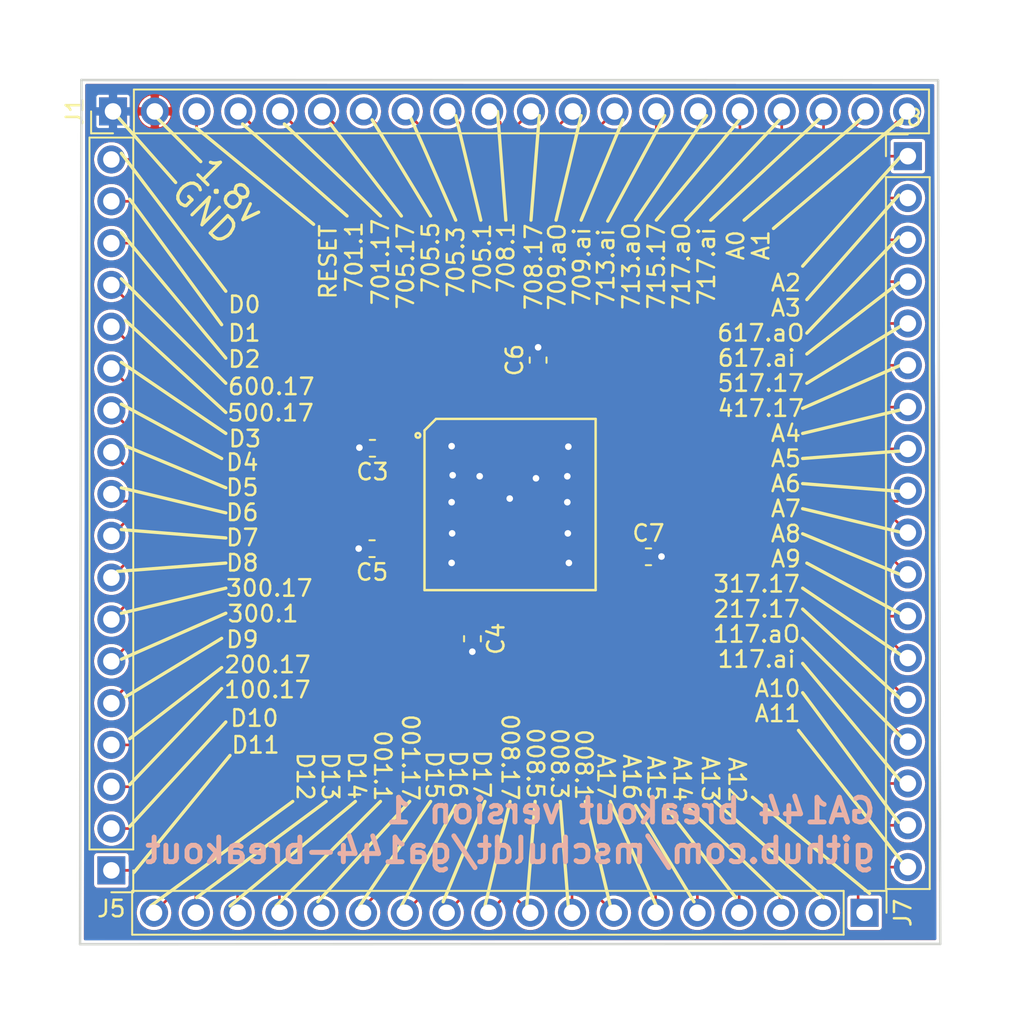
<source format=kicad_pcb>
(kicad_pcb (version 20171130) (host pcbnew 5.0.2-bee76a0~70~ubuntu14.04.1)
  (layers (0 F.Cu signal) (31 B.Cu signal) (34 B.Paste user) (35 F.Paste user) (36 B.SilkS user) (37 F.SilkS user) (38 B.Mask user) (39 F.Mask user) (44 Edge.Cuts user))
  (net 0 "")
  (net 1 GND)
  (net 2 1.8v)
  (net 3 a17)
  (net 4 a16)
  (net 5 a15)
  (net 6 a14)
  (net 7 a13)
  (net 8 a12)
  (net 9 a11)
  (net 10 a10)
  (net 11 a9)
  (net 12 a8)
  (net 13 a7)
  (net 14 a6)
  (net 15 a5)
  (net 16 a4)
  (net 17 a3)
  (net 18 a2)
  (net 19 a1)
  (net 20 a0)
  (net 21 d0)
  (net 22 d1)
  (net 23 d2)
  (net 24 d3)
  (net 25 d4)
  (net 26 d5)
  (net 27 d6)
  (net 28 d7)
  (net 29 d8)
  (net 30 d9)
  (net 31 d10)
  (net 32 d11)
  (net 33 d12)
  (net 34 d13)
  (net 35 d14)
  (net 36 d15)
  (net 37 d16)
  (net 38 d17)
  (net 39 517.17)
  (net 40 RESET)
  (net 41 708.17)
  (net 42 708.1)
  (net 43 600.17)
  (net 44 500.17)
  (net 45 300.17)
  (net 46 300.1)
  (net 47 001.1)
  (net 48 001.17)
  (net 49 008.17)
  (net 50 008.5)
  (net 51 008.3)
  (net 52 008.1)
  (net 53 117.ai)
  (net 54 117.ao)
  (net 55 217.17)
  (net 56 317.17)
  (net 57 417.17)
  (net 58 617.a1)
  (net 59 617.ao)
  (net 60 717.ai)
  (net 61 717.ao)
  (net 62 709.ao)
  (net 63 709.ai)
  (net 64 705.1)
  (net 65 705.3)
  (net 66 705.5)
  (net 67 705.17)
  (net 68 701.17)
  (net 69 701.1)
  (net 70 100.17)
  (net 71 200.17)
  (net 72 713ai)
  (net 73 713.ao)
  (net 74 715.17)
  (module Capacitor_SMD:C_0603_1608Metric (layer F.Cu) (at 120.92188 86.75624 180)
    (fp_text reference C3 (at 0 -1.43 180) (layer F.SilkS))
    (fp_text value 0.1mF)
    (pad 1 smd roundrect (at -0.7875 0 180) (size 0.875 0.95) (layers F.Cu F.Paste F.Mask) (net 2 1.8v))
    (pad 2 smd roundrect (at 0.7875 0 180) (size 0.875 0.95) (layers F.Cu F.Paste F.Mask) (net 1 GND))
  )
  (module Capacitor_SMD:C_0603_1608Metric (layer F.Cu) (at 127 98.3235 270)
    (fp_text reference C4 (at 0 -1.43 270) (layer F.SilkS))
    (fp_text value 0.1mF)
    (pad 2 smd roundrect (at 0.7875 0 270) (size 0.875 0.95) (layers F.Cu F.Paste F.Mask) (net 1 GND))
    (pad 1 smd roundrect (at -0.7875 0 270) (size 0.875 0.95) (layers F.Cu F.Paste F.Mask) (net 2 1.8v))
  )
  (module Capacitor_SMD:C_0603_1608Metric (layer F.Cu) (at 120.89882 92.85224 180)
    (fp_text reference C5 (at 0 -1.43 180) (layer F.SilkS))
    (fp_text value 0.1mF)
    (pad 2 smd roundrect (at 0.7875 0 180) (size 0.875 0.95) (layers F.Cu F.Paste F.Mask) (net 1 GND))
    (pad 1 smd roundrect (at -0.7875 0 180) (size 0.875 0.95) (layers F.Cu F.Paste F.Mask) (net 2 1.8v))
  )
  (module Capacitor_SMD:C_0603_1608Metric (layer F.Cu) (at 130.99034 81.39928 90)
    (fp_text reference C6 (at 0 -1.43 90) (layer F.SilkS))
    (fp_text value 0.1mF)
    (pad 1 smd roundrect (at -0.7875 0 90) (size 0.875 0.95) (layers F.Cu F.Paste F.Mask) (net 2 1.8v))
    (pad 2 smd roundrect (at 0.7875 0 90) (size 0.875 0.95) (layers F.Cu F.Paste F.Mask) (net 1 GND))
  )
  (module Capacitor_SMD:C_0603_1608Metric (layer F.Cu) (at 137.69584 93.345)
    (fp_text reference C7 (at 0 -1.43) (layer F.SilkS))
    (fp_text value 0.1mF)
    (pad 2 smd roundrect (at 0.7875 0) (size 0.875 0.95) (layers F.Cu F.Paste F.Mask) (net 1 GND))
    (pad 1 smd roundrect (at -0.7875 0) (size 0.875 0.95) (layers F.Cu F.Paste F.Mask) (net 2 1.8v))
  )
  (module Connector_PinHeader_2.54mm:PinHeader_1x18_P2.54mm_Vertical (layer F.Cu) (at 105.05694 112.39246 180)
    (fp_text reference J5 (at 0 -2.33 180) (layer F.SilkS))
    (fp_text value Conn_01x18_Male)
    (pad 1 thru_hole rect (at 0 0 180) (size 1.7 1.7) (drill 1) (layers *.Cu *.Mask) (net 32 d11))
    (pad 2 thru_hole oval (at 0 2.54 180) (size 1.7 1.7) (drill 1) (layers *.Cu *.Mask) (net 31 d10))
    (pad 3 thru_hole oval (at 0 5.08 180) (size 1.7 1.7) (drill 1) (layers *.Cu *.Mask) (net 70 100.17))
    (pad 4 thru_hole oval (at 0 7.62 180) (size 1.7 1.7) (drill 1) (layers *.Cu *.Mask) (net 71 200.17))
    (pad 5 thru_hole oval (at 0 10.16 180) (size 1.7 1.7) (drill 1) (layers *.Cu *.Mask) (net 30 d9))
    (pad 6 thru_hole oval (at 0 12.7 180) (size 1.7 1.7) (drill 1) (layers *.Cu *.Mask) (net 46 300.1))
    (pad 7 thru_hole oval (at 0 15.24 180) (size 1.7 1.7) (drill 1) (layers *.Cu *.Mask) (net 45 300.17))
    (pad 8 thru_hole oval (at 0 17.78 180) (size 1.7 1.7) (drill 1) (layers *.Cu *.Mask) (net 29 d8))
    (pad 9 thru_hole oval (at 0 20.32 180) (size 1.7 1.7) (drill 1) (layers *.Cu *.Mask) (net 28 d7))
    (pad 10 thru_hole oval (at 0 22.86 180) (size 1.7 1.7) (drill 1) (layers *.Cu *.Mask) (net 27 d6))
    (pad 11 thru_hole oval (at 0 25.4 180) (size 1.7 1.7) (drill 1) (layers *.Cu *.Mask) (net 26 d5))
    (pad 12 thru_hole oval (at 0 27.94 180) (size 1.7 1.7) (drill 1) (layers *.Cu *.Mask) (net 25 d4))
    (pad 13 thru_hole oval (at 0 30.48 180) (size 1.7 1.7) (drill 1) (layers *.Cu *.Mask) (net 24 d3))
    (pad 14 thru_hole oval (at 0 33.02 180) (size 1.7 1.7) (drill 1) (layers *.Cu *.Mask) (net 44 500.17))
    (pad 15 thru_hole oval (at 0 35.56 180) (size 1.7 1.7) (drill 1) (layers *.Cu *.Mask) (net 43 600.17))
    (pad 16 thru_hole oval (at 0 38.1 180) (size 1.7 1.7) (drill 1) (layers *.Cu *.Mask) (net 23 d2))
    (pad 17 thru_hole oval (at 0 40.64 180) (size 1.7 1.7) (drill 1) (layers *.Cu *.Mask) (net 22 d1))
    (pad 18 thru_hole oval (at 0 43.18 180) (size 1.7 1.7) (drill 1) (layers *.Cu *.Mask) (net 21 d0))
  )
  (module Connector_PinHeader_2.54mm:PinHeader_1x18_P2.54mm_Vertical (layer F.Cu) (at 150.83028 114.96802 270)
    (fp_text reference J7 (at 0 -2.33 270) (layer F.SilkS))
    (fp_text value Conn_01x18_Male)
    (pad 18 thru_hole oval (at 0 43.18 270) (size 1.7 1.7) (drill 1) (layers *.Cu *.Mask) (net 33 d12))
    (pad 17 thru_hole oval (at 0 40.64 270) (size 1.7 1.7) (drill 1) (layers *.Cu *.Mask) (net 34 d13))
    (pad 16 thru_hole oval (at 0 38.1 270) (size 1.7 1.7) (drill 1) (layers *.Cu *.Mask) (net 35 d14))
    (pad 15 thru_hole oval (at 0 35.56 270) (size 1.7 1.7) (drill 1) (layers *.Cu *.Mask) (net 47 001.1))
    (pad 14 thru_hole oval (at 0 33.02 270) (size 1.7 1.7) (drill 1) (layers *.Cu *.Mask) (net 48 001.17))
    (pad 13 thru_hole oval (at 0 30.48 270) (size 1.7 1.7) (drill 1) (layers *.Cu *.Mask) (net 36 d15))
    (pad 12 thru_hole oval (at 0 27.94 270) (size 1.7 1.7) (drill 1) (layers *.Cu *.Mask) (net 37 d16))
    (pad 11 thru_hole oval (at 0 25.4 270) (size 1.7 1.7) (drill 1) (layers *.Cu *.Mask) (net 38 d17))
    (pad 10 thru_hole oval (at 0 22.86 270) (size 1.7 1.7) (drill 1) (layers *.Cu *.Mask) (net 49 008.17))
    (pad 9 thru_hole oval (at 0 20.32 270) (size 1.7 1.7) (drill 1) (layers *.Cu *.Mask) (net 50 008.5))
    (pad 8 thru_hole oval (at 0 17.78 270) (size 1.7 1.7) (drill 1) (layers *.Cu *.Mask) (net 51 008.3))
    (pad 7 thru_hole oval (at 0 15.24 270) (size 1.7 1.7) (drill 1) (layers *.Cu *.Mask) (net 52 008.1))
    (pad 6 thru_hole oval (at 0 12.7 270) (size 1.7 1.7) (drill 1) (layers *.Cu *.Mask) (net 3 a17))
    (pad 5 thru_hole oval (at 0 10.16 270) (size 1.7 1.7) (drill 1) (layers *.Cu *.Mask) (net 4 a16))
    (pad 4 thru_hole oval (at 0 7.62 270) (size 1.7 1.7) (drill 1) (layers *.Cu *.Mask) (net 5 a15))
    (pad 3 thru_hole oval (at 0 5.08 270) (size 1.7 1.7) (drill 1) (layers *.Cu *.Mask) (net 6 a14))
    (pad 2 thru_hole oval (at 0 2.54 270) (size 1.7 1.7) (drill 1) (layers *.Cu *.Mask) (net 7 a13))
    (pad 1 thru_hole rect (at 0 0 270) (size 1.7 1.7) (drill 1) (layers *.Cu *.Mask) (net 8 a12))
  )
  (module Connector_PinHeader_2.54mm:PinHeader_1x18_P2.54mm_Vertical (layer F.Cu) (at 153.45918 69.01434)
    (fp_text reference J8 (at 0 -2.33) (layer F.SilkS))
    (fp_text value Conn_01x18_Male)
    (pad 18 thru_hole oval (at 0 43.18) (size 1.7 1.7) (drill 1) (layers *.Cu *.Mask) (net 9 a11))
    (pad 17 thru_hole oval (at 0 40.64) (size 1.7 1.7) (drill 1) (layers *.Cu *.Mask) (net 10 a10))
    (pad 16 thru_hole oval (at 0 38.1) (size 1.7 1.7) (drill 1) (layers *.Cu *.Mask) (net 53 117.ai))
    (pad 15 thru_hole oval (at 0 35.56) (size 1.7 1.7) (drill 1) (layers *.Cu *.Mask) (net 54 117.ao))
    (pad 14 thru_hole oval (at 0 33.02) (size 1.7 1.7) (drill 1) (layers *.Cu *.Mask) (net 55 217.17))
    (pad 13 thru_hole oval (at 0 30.48) (size 1.7 1.7) (drill 1) (layers *.Cu *.Mask) (net 56 317.17))
    (pad 12 thru_hole oval (at 0 27.94) (size 1.7 1.7) (drill 1) (layers *.Cu *.Mask) (net 11 a9))
    (pad 11 thru_hole oval (at 0 25.4) (size 1.7 1.7) (drill 1) (layers *.Cu *.Mask) (net 12 a8))
    (pad 10 thru_hole oval (at 0 22.86) (size 1.7 1.7) (drill 1) (layers *.Cu *.Mask) (net 13 a7))
    (pad 9 thru_hole oval (at 0 20.32) (size 1.7 1.7) (drill 1) (layers *.Cu *.Mask) (net 14 a6))
    (pad 8 thru_hole oval (at 0 17.78) (size 1.7 1.7) (drill 1) (layers *.Cu *.Mask) (net 15 a5))
    (pad 7 thru_hole oval (at 0 15.24) (size 1.7 1.7) (drill 1) (layers *.Cu *.Mask) (net 16 a4))
    (pad 6 thru_hole oval (at 0 12.7) (size 1.7 1.7) (drill 1) (layers *.Cu *.Mask) (net 57 417.17))
    (pad 5 thru_hole oval (at 0 10.16) (size 1.7 1.7) (drill 1) (layers *.Cu *.Mask) (net 39 517.17))
    (pad 4 thru_hole oval (at 0 7.62) (size 1.7 1.7) (drill 1) (layers *.Cu *.Mask) (net 58 617.a1))
    (pad 3 thru_hole oval (at 0 5.08) (size 1.7 1.7) (drill 1) (layers *.Cu *.Mask) (net 59 617.ao))
    (pad 2 thru_hole oval (at 0 2.54) (size 1.7 1.7) (drill 1) (layers *.Cu *.Mask) (net 17 a3))
    (pad 1 thru_hole rect (at 0 0) (size 1.7 1.7) (drill 1) (layers *.Cu *.Mask) (net 18 a2))
  )
  (module ak-ga144:QFN88+1_GA144A12 (layer F.Cu) (at 129.286 90.17)
    (fp_text reference U1 hide)
    (fp_text value GA144A12 hide)
    (pad 1 smd oval (at -4.8 -4.2) (size 0.6 0.2) (layers F.Cu F.Paste F.Mask) (net 21 d0))
    (pad 2 smd oval (at -4.8 -3.8) (size 0.6 0.2) (layers F.Cu F.Paste F.Mask) (net 22 d1))
    (pad 3 smd oval (at -4.8 -3.4) (size 0.6 0.2) (layers F.Cu F.Paste F.Mask) (net 23 d2))
    (pad 4 smd oval (at -4.8 -3) (size 0.6 0.2) (layers F.Cu F.Paste F.Mask) (net 2 1.8v))
    (pad 5 smd oval (at -4.8 -2.6) (size 0.6 0.2) (layers F.Cu F.Paste F.Mask) (net 2 1.8v))
    (pad 6 smd oval (at -4.8 -2.2) (size 0.6 0.2) (layers F.Cu F.Paste F.Mask) (net 43 600.17))
    (pad 7 smd oval (at -4.8 -1.8) (size 0.6 0.2) (layers F.Cu F.Paste F.Mask) (net 44 500.17))
    (pad 8 smd oval (at -4.8 -1.4) (size 0.6 0.2) (layers F.Cu F.Paste F.Mask) (net 24 d3))
    (pad 9 smd oval (at -4.8 -1) (size 0.6 0.2) (layers F.Cu F.Paste F.Mask) (net 25 d4))
    (pad 10 smd oval (at -4.8 -0.6) (size 0.6 0.2) (layers F.Cu F.Paste F.Mask) (net 26 d5))
    (pad 11 smd oval (at -4.8 -0.2) (size 0.6 0.2) (layers F.Cu F.Paste F.Mask) (net 27 d6))
    (pad 12 smd oval (at -4.8 0.2) (size 0.6 0.2) (layers F.Cu F.Paste F.Mask) (net 28 d7))
    (pad 13 smd oval (at -4.8 0.6) (size 0.6 0.2) (layers F.Cu F.Paste F.Mask) (net 29 d8))
    (pad 14 smd oval (at -4.8 1) (size 0.6 0.2) (layers F.Cu F.Paste F.Mask) (net 45 300.17))
    (pad 15 smd oval (at -4.8 1.4) (size 0.6 0.2) (layers F.Cu F.Paste F.Mask) (net 46 300.1))
    (pad 16 smd oval (at -4.8 1.8) (size 0.6 0.2) (layers F.Cu F.Paste F.Mask) (net 30 d9))
    (pad 17 smd oval (at -4.8 2.2) (size 0.6 0.2) (layers F.Cu F.Paste F.Mask) (net 2 1.8v))
    (pad 18 smd oval (at -4.8 2.6) (size 0.6 0.2) (layers F.Cu F.Paste F.Mask) (net 71 200.17))
    (pad 19 smd oval (at -4.8 3) (size 0.6 0.2) (layers F.Cu F.Paste F.Mask) (net 2 1.8v))
    (pad 20 smd oval (at -4.8 3.4) (size 0.6 0.2) (layers F.Cu F.Paste F.Mask) (net 70 100.17))
    (pad 21 smd oval (at -4.8 3.8) (size 0.6 0.2) (layers F.Cu F.Paste F.Mask) (net 31 d10))
    (pad 22 smd oval (at -4.8 4.2) (size 0.6 0.2) (layers F.Cu F.Paste F.Mask) (net 32 d11))
    (pad 23 smd oval (at -4.2 4.8 90) (size 0.6 0.2) (layers F.Cu F.Paste F.Mask) (net 33 d12))
    (pad 24 smd oval (at -3.8 4.8 90) (size 0.6 0.2) (layers F.Cu F.Paste F.Mask) (net 34 d13))
    (pad 25 smd oval (at -3.4 4.8 90) (size 0.6 0.2) (layers F.Cu F.Paste F.Mask) (net 35 d14))
    (pad 26 smd oval (at -3 4.8 90) (size 0.6 0.2) (layers F.Cu F.Paste F.Mask) (net 47 001.1))
    (pad 27 smd oval (at -2.6 4.8 90) (size 0.6 0.2) (layers F.Cu F.Paste F.Mask) (net 48 001.17))
    (pad 28 smd oval (at -2.2 4.8 90) (size 0.6 0.2) (layers F.Cu F.Paste F.Mask) (net 2 1.8v))
    (pad 29 smd oval (at -1.8 4.8 90) (size 0.6 0.2) (layers F.Cu F.Paste F.Mask) (net 2 1.8v))
    (pad 30 smd oval (at -1.4 4.8 90) (size 0.6 0.2) (layers F.Cu F.Paste F.Mask) (net 36 d15))
    (pad 31 smd oval (at -1 4.8 90) (size 0.6 0.2) (layers F.Cu F.Paste F.Mask) (net 37 d16))
    (pad 32 smd oval (at -0.6 4.8 90) (size 0.6 0.2) (layers F.Cu F.Paste F.Mask) (net 38 d17))
    (pad 33 smd oval (at -0.2 4.8 90) (size 0.6 0.2) (layers F.Cu F.Paste F.Mask) (net 49 008.17))
    (pad 34 smd oval (at 0.2 4.8 90) (size 0.6 0.2) (layers F.Cu F.Paste F.Mask) (net 50 008.5))
    (pad 35 smd oval (at 0.6 4.8 90) (size 0.6 0.2) (layers F.Cu F.Paste F.Mask) (net 51 008.3))
    (pad 36 smd oval (at 1 4.8 90) (size 0.6 0.2) (layers F.Cu F.Paste F.Mask) (net 52 008.1))
    (pad 37 smd oval (at 1.4 4.8 90) (size 0.6 0.2) (layers F.Cu F.Paste F.Mask) (net 3 a17))
    (pad 38 smd oval (at 1.8 4.8 90) (size 0.6 0.2) (layers F.Cu F.Paste F.Mask) (net 4 a16))
    (pad 39 smd oval (at 2.2 4.8 90) (size 0.6 0.2) (layers F.Cu F.Paste F.Mask) (net 5 a15))
    (pad 40 smd oval (at 2.6 4.8 90) (size 0.6 0.2) (layers F.Cu F.Paste F.Mask) (net 2 1.8v))
    (pad 41 smd oval (at 3 4.8 90) (size 0.6 0.2) (layers F.Cu F.Paste F.Mask) (net 2 1.8v))
    (pad 42 smd oval (at 3.4 4.8 90) (size 0.6 0.2) (layers F.Cu F.Paste F.Mask) (net 6 a14))
    (pad 43 smd oval (at 3.8 4.8 90) (size 0.6 0.2) (layers F.Cu F.Paste F.Mask) (net 7 a13))
    (pad 44 smd oval (at 4.2 4.8 90) (size 0.6 0.2) (layers F.Cu F.Paste F.Mask) (net 8 a12))
    (pad 45 smd oval (at 4.8 4.2) (size 0.6 0.2) (layers F.Cu F.Paste F.Mask) (net 9 a11))
    (pad 46 smd oval (at 4.8 3.8) (size 0.6 0.2) (layers F.Cu F.Paste F.Mask) (net 10 a10))
    (pad 47 smd oval (at 4.8 3.4) (size 0.6 0.2) (layers F.Cu F.Paste F.Mask) (net 2 1.8v))
    (pad 48 smd oval (at 4.8 3) (size 0.6 0.2) (layers F.Cu F.Paste F.Mask) (net 53 117.ai))
    (pad 49 smd oval (at 4.8 2.6) (size 0.6 0.2) (layers F.Cu F.Paste F.Mask) (net 2 1.8v))
    (pad 50 smd oval (at 4.8 2.2) (size 0.6 0.2) (layers F.Cu F.Paste F.Mask) (net 54 117.ao))
    (pad 51 smd oval (at 4.8 1.8) (size 0.6 0.2) (layers F.Cu F.Paste F.Mask) (net 55 217.17))
    (pad 52 smd oval (at 4.8 1.4) (size 0.6 0.2) (layers F.Cu F.Paste F.Mask) (net 56 317.17))
    (pad 53 smd oval (at 4.8 1) (size 0.6 0.2) (layers F.Cu F.Paste F.Mask) (net 11 a9))
    (pad 54 smd oval (at 4.8 0.6) (size 0.6 0.2) (layers F.Cu F.Paste F.Mask) (net 12 a8))
    (pad 55 smd oval (at 4.8 0.2) (size 0.6 0.2) (layers F.Cu F.Paste F.Mask) (net 13 a7))
    (pad 56 smd oval (at 4.8 -0.2) (size 0.6 0.2) (layers F.Cu F.Paste F.Mask) (net 14 a6))
    (pad 57 smd oval (at 4.8 -0.6) (size 0.6 0.2) (layers F.Cu F.Paste F.Mask) (net 15 a5))
    (pad 58 smd oval (at 4.8 -1) (size 0.6 0.2) (layers F.Cu F.Paste F.Mask) (net 16 a4))
    (pad 59 smd oval (at 4.8 -1.4) (size 0.6 0.2) (layers F.Cu F.Paste F.Mask) (net 57 417.17))
    (pad 60 smd oval (at 4.8 -1.8) (size 0.6 0.2) (layers F.Cu F.Paste F.Mask) (net 39 517.17))
    (pad 61 smd oval (at 4.8 -2.2) (size 0.6 0.2) (layers F.Cu F.Paste F.Mask) (net 58 617.a1))
    (pad 62 smd oval (at 4.8 -2.6) (size 0.6 0.2) (layers F.Cu F.Paste F.Mask) (net 2 1.8v))
    (pad 63 smd oval (at 4.8 -3) (size 0.6 0.2) (layers F.Cu F.Paste F.Mask) (net 59 617.ao))
    (pad 64 smd oval (at 4.8 -3.4) (size 0.6 0.2) (layers F.Cu F.Paste F.Mask) (net 2 1.8v))
    (pad 65 smd oval (at 4.8 -3.8) (size 0.6 0.2) (layers F.Cu F.Paste F.Mask) (net 17 a3))
    (pad 66 smd oval (at 4.8 -4.2) (size 0.6 0.2) (layers F.Cu F.Paste F.Mask) (net 18 a2))
    (pad 67 smd oval (at 4.2 -4.8 90) (size 0.6 0.2) (layers F.Cu F.Paste F.Mask) (net 19 a1))
    (pad 68 smd oval (at 3.8 -4.8 90) (size 0.6 0.2) (layers F.Cu F.Paste F.Mask) (net 20 a0))
    (pad 69 smd oval (at 3.4 -4.8 90) (size 0.6 0.2) (layers F.Cu F.Paste F.Mask) (net 60 717.ai))
    (pad 70 smd oval (at 3 -4.8 90) (size 0.6 0.2) (layers F.Cu F.Paste F.Mask) (net 61 717.ao))
    (pad 71 smd oval (at 2.6 -4.8 90) (size 0.6 0.2) (layers F.Cu F.Paste F.Mask) (net 74 715.17))
    (pad 72 smd oval (at 2.2 -4.8 90) (size 0.6 0.2) (layers F.Cu F.Paste F.Mask) (net 73 713.ao))
    (pad 73 smd oval (at 1.8 -4.8 90) (size 0.6 0.2) (layers F.Cu F.Paste F.Mask) (net 72 713ai))
    (pad 74 smd oval (at 1.4 -4.8 90) (size 0.6 0.2) (layers F.Cu F.Paste F.Mask) (net 2 1.8v))
    (pad 75 smd oval (at 1 -4.8 90) (size 0.6 0.2) (layers F.Cu F.Paste F.Mask) (net 2 1.8v))
    (pad 76 smd oval (at 0.6 -4.8 90) (size 0.6 0.2) (layers F.Cu F.Paste F.Mask) (net 63 709.ai))
    (pad 77 smd oval (at 0.2 -4.8 90) (size 0.6 0.2) (layers F.Cu F.Paste F.Mask) (net 62 709.ao))
    (pad 78 smd oval (at -0.2 -4.8 90) (size 0.6 0.2) (layers F.Cu F.Paste F.Mask) (net 41 708.17))
    (pad 79 smd oval (at -0.6 -4.8 90) (size 0.6 0.2) (layers F.Cu F.Paste F.Mask) (net 42 708.1))
    (pad 80 smd oval (at -1 -4.8 90) (size 0.6 0.2) (layers F.Cu F.Paste F.Mask) (net 64 705.1))
    (pad 81 smd oval (at -1.4 -4.8 90) (size 0.6 0.2) (layers F.Cu F.Paste F.Mask) (net 65 705.3))
    (pad 82 smd oval (at -1.8 -4.8 90) (size 0.6 0.2) (layers F.Cu F.Paste F.Mask) (net 2 1.8v))
    (pad 83 smd oval (at -2.2 -4.8 90) (size 0.6 0.2) (layers F.Cu F.Paste F.Mask) (net 2 1.8v))
    (pad 84 smd oval (at -2.6 -4.8 90) (size 0.6 0.2) (layers F.Cu F.Paste F.Mask) (net 66 705.5))
    (pad 85 smd oval (at -3 -4.8 90) (size 0.6 0.2) (layers F.Cu F.Paste F.Mask) (net 67 705.17))
    (pad 86 smd oval (at -3.4 -4.8 90) (size 0.6 0.2) (layers F.Cu F.Paste F.Mask) (net 68 701.17))
    (pad 87 smd oval (at -3.8 -4.8 90) (size 0.6 0.2) (layers F.Cu F.Paste F.Mask) (net 69 701.1))
    (pad 88 smd oval (at -4.2 -4.8 90) (size 0.6 0.2) (layers F.Cu F.Paste F.Mask) (net 40 RESET))
    (pad DAP smd rect (at 0 0) (size 8 8) (layers F.Cu F.Paste F.Mask) (net 1 GND))
  )
  (module Connector_PinHeader_2.54mm:PinHeader_1x20_P2.54mm_Vertical (layer F.Cu) (at 105.156 66.294 90)
    (fp_text reference J1 (at 0 -2.33 90) (layer F.SilkS))
    (fp_text value Conn_01x20_Male)
    (pad 1 thru_hole rect (at 0 0 90) (size 1.7 1.7) (drill 1) (layers *.Cu *.Mask) (net 1 GND))
    (pad 2 thru_hole oval (at 0 2.54 90) (size 1.7 1.7) (drill 1) (layers *.Cu *.Mask) (net 2 1.8v))
    (pad 3 thru_hole oval (at 0 5.08 90) (size 1.7 1.7) (drill 1) (layers *.Cu *.Mask) (net 40 RESET))
    (pad 4 thru_hole oval (at 0 7.62 90) (size 1.7 1.7) (drill 1) (layers *.Cu *.Mask) (net 69 701.1))
    (pad 5 thru_hole oval (at 0 10.16 90) (size 1.7 1.7) (drill 1) (layers *.Cu *.Mask) (net 68 701.17))
    (pad 6 thru_hole oval (at 0 12.7 90) (size 1.7 1.7) (drill 1) (layers *.Cu *.Mask) (net 67 705.17))
    (pad 7 thru_hole oval (at 0 15.24 90) (size 1.7 1.7) (drill 1) (layers *.Cu *.Mask) (net 66 705.5))
    (pad 8 thru_hole oval (at 0 17.78 90) (size 1.7 1.7) (drill 1) (layers *.Cu *.Mask) (net 65 705.3))
    (pad 9 thru_hole oval (at 0 20.32 90) (size 1.7 1.7) (drill 1) (layers *.Cu *.Mask) (net 64 705.1))
    (pad 10 thru_hole oval (at 0 22.86 90) (size 1.7 1.7) (drill 1) (layers *.Cu *.Mask) (net 42 708.1))
    (pad 11 thru_hole oval (at 0 25.4 90) (size 1.7 1.7) (drill 1) (layers *.Cu *.Mask) (net 41 708.17))
    (pad 12 thru_hole oval (at 0 27.94 90) (size 1.7 1.7) (drill 1) (layers *.Cu *.Mask) (net 62 709.ao))
    (pad 13 thru_hole oval (at 0 30.48 90) (size 1.7 1.7) (drill 1) (layers *.Cu *.Mask) (net 63 709.ai))
    (pad 14 thru_hole oval (at 0 33.02 90) (size 1.7 1.7) (drill 1) (layers *.Cu *.Mask) (net 72 713ai))
    (pad 15 thru_hole oval (at 0 35.56 90) (size 1.7 1.7) (drill 1) (layers *.Cu *.Mask) (net 73 713.ao))
    (pad 16 thru_hole oval (at 0 38.1 90) (size 1.7 1.7) (drill 1) (layers *.Cu *.Mask) (net 74 715.17))
    (pad 17 thru_hole oval (at 0 40.64 90) (size 1.7 1.7) (drill 1) (layers *.Cu *.Mask) (net 61 717.ao))
    (pad 18 thru_hole oval (at 0 43.18 90) (size 1.7 1.7) (drill 1) (layers *.Cu *.Mask) (net 60 717.ai))
    (pad 19 thru_hole oval (at 0 45.72 90) (size 1.7 1.7) (drill 1) (layers *.Cu *.Mask) (net 20 a0))
    (pad 20 thru_hole oval (at 0 48.26 90) (size 1.7 1.7) (drill 1) (layers *.Cu *.Mask) (net 19 a1))
  )
  (gr_text "GA144 breakout version 1\ngithub.com/mschuldt/ga144-breakout" (at 151.638 109.982) (layer B.SilkS) (effects (font (size 1.5 1.5) (thickness 0.3)) (justify left mirror)))
  (gr_line (start 105.156 66.294) (end 108.966 70.612) (layer F.SilkS) (width 0.2))
  (gr_line (start 107.696 66.548) (end 110.49 69.342) (layer F.SilkS) (width 0.2))
  (gr_text GND (at 110.744 72.39 315) (layer F.SilkS) (effects (font (size 1.5 1.5) (thickness 0.2))))
  (gr_text 1.8v (at 112.268 71.12 315) (layer F.SilkS) (effects (font (size 1.5 1.5) (thickness 0.2))))
  (gr_line (start 111.76 79.248) (end 106.172 71.628) (layer F.SilkS) (width 0.2))
  (gr_line (start 112.014 92.202) (end 105.664 91.694) (layer F.SilkS) (width 0.2))
  (gr_text D4 (at 113.01222 87.61476) (layer F.SilkS) (effects (font (size 1 1))))
  (gr_line (start 112.014 77.216) (end 105.664 68.834) (layer F.SilkS) (width 0.2))
  (gr_line (start 112.014 85.852) (end 105.664 81.534) (layer F.SilkS) (width 0.2))
  (gr_text 600.17 (at 114.77498 83.00974) (layer F.SilkS) (effects (font (size 1 1))))
  (gr_line (start 112.268 105.41) (end 106.426 112.522) (layer F.SilkS) (width 0.2))
  (gr_line (start 112.014 81.28) (end 105.664 73.66) (layer F.SilkS) (width 0.2))
  (gr_text D8 (at 113.0173 93.72092) (layer F.SilkS) (effects (font (size 1 1))))
  (gr_line (start 112.014 89.154) (end 105.918 86.614) (layer F.SilkS) (width 0.2))
  (gr_text D1 (at 113.13668 79.75854) (layer F.SilkS) (effects (font (size 1 1))))
  (gr_text D5 (at 113.01222 89.13876) (layer F.SilkS) (effects (font (size 1 1))))
  (gr_line (start 112.014 95.25) (end 105.664 96.774) (layer F.SilkS) (width 0.2))
  (gr_line (start 112.014 82.804) (end 105.664 76.454) (layer F.SilkS) (width 0.2))
  (gr_text 500.17 (at 114.73434 84.60994) (layer F.SilkS) (effects (font (size 1 1))))
  (gr_text 200.17 (at 114.54384 99.8982) (layer F.SilkS) (effects (font (size 1 1))))
  (gr_line (start 111.76 100.076) (end 106.172 104.394) (layer F.SilkS) (width 0.2))
  (gr_line (start 111.76 98.298) (end 105.918 101.854) (layer F.SilkS) (width 0.2))
  (gr_text D7 (at 113.0173 92.18422) (layer F.SilkS) (effects (font (size 1 1))))
  (gr_text 300.1 (at 114.27206 96.80956) (layer F.SilkS) (effects (font (size 1 1))))
  (gr_line (start 112.014 103.378) (end 106.172 109.728) (layer F.SilkS) (width 0.2))
  (gr_text D10 (at 113.74882 103.15194) (layer F.SilkS) (effects (font (size 1 1))))
  (gr_text 100.17 (at 114.5413 101.4222) (layer F.SilkS) (effects (font (size 1 1))))
  (gr_line (start 112.014 96.774) (end 105.664 99.568) (layer F.SilkS) (width 0.2))
  (gr_line (start 112.014 84.582) (end 105.918 78.994) (layer F.SilkS) (width 0.2))
  (gr_line (start 112.014 93.726) (end 105.41 94.234) (layer F.SilkS) (width 0.2))
  (gr_line (start 111.76 101.346) (end 106.172 107.188) (layer F.SilkS) (width 0.2))
  (gr_text D11 (at 113.81994 104.78008) (layer F.SilkS) (effects (font (size 1 1))))
  (gr_line (start 111.76 87.376) (end 105.664 84.074) (layer F.SilkS) (width 0.2))
  (gr_text D9 (at 113.0173 98.37166) (layer F.SilkS) (effects (font (size 1 1))))
  (gr_text D0 (at 113.13668 78.0288) (layer F.SilkS) (effects (font (size 1 1))))
  (gr_line (start 112.014 90.678) (end 105.664 89.154) (layer F.SilkS) (width 0.2))
  (gr_text D6 (at 113.01222 90.66022) (layer F.SilkS) (effects (font (size 1 1))))
  (gr_text D2 (at 113.13668 81.34604) (layer F.SilkS) (effects (font (size 1 1))))
  (gr_text D3 (at 113.17224 86.17458) (layer F.SilkS) (effects (font (size 1 1))))
  (gr_text 300.17 (at 114.65814 95.25254) (layer F.SilkS) (effects (font (size 1 1))))
  (gr_line (start 118.11 108.204) (end 110.236 114.046) (layer F.SilkS) (width 0.2))
  (gr_line (start 130.81 108.204) (end 130.302 114.554) (layer F.SilkS) (width 0.2))
  (gr_text D16 (at 126.12116 106.553 270) (layer F.SilkS) (effects (font (size 1 1))))
  (gr_line (start 116.078 108.204) (end 107.442 114.554) (layer F.SilkS) (width 0.2))
  (gr_line (start 124.46 108.204) (end 120.142 114.554) (layer F.SilkS) (width 0.2))
  (gr_text 001.1 (at 121.54154 106.04754 270) (layer F.SilkS) (effects (font (size 1 1))))
  (gr_line (start 144.018 107.95) (end 151.13 113.792) (layer F.SilkS) (width 0.2))
  (gr_line (start 119.888 108.204) (end 112.268 114.554) (layer F.SilkS) (width 0.2))
  (gr_text 008.3 (at 132.28828 105.90784 270) (layer F.SilkS) (effects (font (size 1 1))))
  (gr_line (start 127.762 108.204) (end 125.222 114.3) (layer F.SilkS) (width 0.2))
  (gr_text D13 (at 118.364 106.68 270) (layer F.SilkS) (effects (font (size 1 1))))
  (gr_text D17 (at 127.5715 106.5403 270) (layer F.SilkS) (effects (font (size 1 1))))
  (gr_line (start 133.858 108.204) (end 135.382 114.554) (layer F.SilkS) (width 0.2))
  (gr_line (start 121.412 108.204) (end 115.062 114.554) (layer F.SilkS) (width 0.2))
  (gr_text 001.17 (at 123.23826 105.54208 270) (layer F.SilkS) (effects (font (size 1 1))))
  (gr_text A16 (at 136.6774 106.7181 270) (layer F.SilkS) (effects (font (size 1 1))))
  (gr_line (start 138.684 108.458) (end 143.002 114.046) (layer F.SilkS) (width 0.2))
  (gr_line (start 136.906 108.458) (end 140.462 114.3) (layer F.SilkS) (width 0.2))
  (gr_text 008.5 (at 130.81762 105.8799 270) (layer F.SilkS) (effects (font (size 1 1))))
  (gr_text A12 (at 143.07566 106.90098 270) (layer F.SilkS) (effects (font (size 1 1))))
  (gr_line (start 141.732 108.204) (end 148.336 114.046) (layer F.SilkS) (width 0.2))
  (gr_text A14 (at 139.74064 106.83748 270) (layer F.SilkS) (effects (font (size 1 1))))
  (gr_text A15 (at 138.14806 106.80954 270) (layer F.SilkS) (effects (font (size 1 1))))
  (gr_line (start 135.382 108.204) (end 138.176 114.554) (layer F.SilkS) (width 0.2))
  (gr_line (start 123.19 108.204) (end 117.602 114.3) (layer F.SilkS) (width 0.2))
  (gr_line (start 132.334 108.204) (end 132.842 114.808) (layer F.SilkS) (width 0.2))
  (gr_line (start 139.954 108.458) (end 145.796 114.046) (layer F.SilkS) (width 0.2))
  (gr_text A13 (at 141.45514 106.83748 270) (layer F.SilkS) (effects (font (size 1 1))))
  (gr_line (start 125.984 108.458) (end 122.682 114.554) (layer F.SilkS) (width 0.2))
  (gr_text A17 (at 135.11276 106.68762 270) (layer F.SilkS) (effects (font (size 1 1))))
  (gr_text D12 (at 116.84 106.68 270) (layer F.SilkS) (effects (font (size 1 1))))
  (gr_line (start 129.286 108.204) (end 127.762 114.554) (layer F.SilkS) (width 0.2))
  (gr_text 008.17 (at 129.28346 105.51922 270) (layer F.SilkS) (effects (font (size 1 1))))
  (gr_text D14 (at 119.95658 106.62412 270) (layer F.SilkS) (effects (font (size 1 1))))
  (gr_text D15 (at 124.67844 106.58856 270) (layer F.SilkS) (effects (font (size 1 1))))
  (gr_text 008.1 (at 133.76148 105.9688 270) (layer F.SilkS) (effects (font (size 1 1))))
  (gr_line (start 143.51 72.898) (end 150.89124 66.50736) (layer F.SilkS) (width 0.2))
  (gr_line (start 130.556 72.898) (end 131.064 66.548) (layer F.SilkS) (width 0.2))
  (gr_text 713.ai (at 135.10768 75.7682 90) (layer F.SilkS) (effects (font (size 1 1))))
  (gr_line (start 145.29308 73.40346) (end 153.60396 66.34226) (layer F.SilkS) (width 0.2))
  (gr_line (start 136.906 72.898) (end 141.224 66.548) (layer F.SilkS) (width 0.2))
  (gr_text 717.aO (at 139.7 75.692 90) (layer F.SilkS) (effects (font (size 1 1))))
  (gr_line (start 117.348 73.152) (end 110.236 67.31) (layer F.SilkS) (width 0.2))
  (gr_line (start 141.478 72.898) (end 148.22932 66.60896) (layer F.SilkS) (width 0.2))
  (gr_text 708.1 (at 129.02946 75.16876 90) (layer F.SilkS) (effects (font (size 1 1))))
  (gr_line (start 133.604 72.898) (end 136.144 66.802) (layer F.SilkS) (width 0.2))
  (gr_text A0 (at 143.002 74.422 90) (layer F.SilkS) (effects (font (size 1 1))))
  (gr_text 709.ai (at 133.64464 75.69454 90) (layer F.SilkS) (effects (font (size 1 1))))
  (gr_line (start 127.508 72.898) (end 125.984 66.548) (layer F.SilkS) (width 0.2))
  (gr_line (start 139.954 72.898) (end 146.04492 66.40322) (layer F.SilkS) (width 0.2))
  (gr_text 715.17 (at 138.176 75.692 90) (layer F.SilkS) (effects (font (size 1 1))))
  (gr_text 705.17 (at 122.936 75.692 90) (layer F.SilkS) (effects (font (size 1 1))))
  (gr_line (start 122.682 72.644) (end 118.364 67.056) (layer F.SilkS) (width 0.2))
  (gr_line (start 124.46 72.644) (end 120.904 66.802) (layer F.SilkS) (width 0.2))
  (gr_text 708.17 (at 130.71856 75.73264 90) (layer F.SilkS) (effects (font (size 1 1))))
  (gr_text 705.3 (at 125.984 75.438 90) (layer F.SilkS) (effects (font (size 1 1))))
  (gr_line (start 119.38 72.644) (end 113.03 67.056) (layer F.SilkS) (width 0.2))
  (gr_text 701.1 (at 119.80418 75.13066 90) (layer F.SilkS) (effects (font (size 1 1))))
  (gr_text 701.17 (at 121.412 75.438 90) (layer F.SilkS) (effects (font (size 1 1))))
  (gr_line (start 125.984 72.898) (end 123.19 66.548) (layer F.SilkS) (width 0.2))
  (gr_line (start 138.176 72.898) (end 143.44904 66.54038) (layer F.SilkS) (width 0.2))
  (gr_line (start 129.032 72.898) (end 128.524 66.294) (layer F.SilkS) (width 0.2))
  (gr_line (start 121.412 72.644) (end 115.57 67.056) (layer F.SilkS) (width 0.2))
  (gr_text RESET (at 118.22684 75.43038 90) (layer F.SilkS) (effects (font (size 1 1))))
  (gr_line (start 135.21944 72.95642) (end 138.684 66.548) (layer F.SilkS) (width 0.2))
  (gr_text 705.5 (at 124.45492 75.16876 90) (layer F.SilkS) (effects (font (size 1 1))))
  (gr_text A1 (at 144.526 74.422 90) (layer F.SilkS) (effects (font (size 1 1))))
  (gr_line (start 132.08 72.898) (end 133.604 66.548) (layer F.SilkS) (width 0.2))
  (gr_text 709.aO (at 132.1435 75.73264 90) (layer F.SilkS) (effects (font (size 1 1))))
  (gr_text 717.ai (at 141.224 75.692 90) (layer F.SilkS) (effects (font (size 1 1))))
  (gr_text 713.aO (at 136.652 75.692 90) (layer F.SilkS) (effects (font (size 1 1))))
  (gr_text 705.1 (at 127.60452 75.24496 90) (layer F.SilkS) (effects (font (size 1 1))))
  (gr_line (start 146.812 103.886) (end 153.416 112.268) (layer F.SilkS) (width 0.2))
  (gr_line (start 147.066 101.6) (end 152.908 109.474) (layer F.SilkS) (width 0.2))
  (gr_line (start 147.066 99.822) (end 153.416 107.442) (layer F.SilkS) (width 0.2))
  (gr_line (start 147.066 98.298) (end 153.416 104.648) (layer F.SilkS) (width 0.2))
  (gr_line (start 147.066 96.52) (end 153.162 102.108) (layer F.SilkS) (width 0.2))
  (gr_line (start 147.066 95.25) (end 153.416 99.568) (layer F.SilkS) (width 0.2))
  (gr_line (start 147.32 93.726) (end 153.416 97.028) (layer F.SilkS) (width 0.2))
  (gr_line (start 147.066 91.948) (end 153.162 94.488) (layer F.SilkS) (width 0.2))
  (gr_line (start 147.066 90.424) (end 153.416 91.948) (layer F.SilkS) (width 0.2))
  (gr_line (start 147.066 88.9) (end 153.416 89.408) (layer F.SilkS) (width 0.2))
  (gr_line (start 147.066 87.376) (end 153.67 86.868) (layer F.SilkS) (width 0.2))
  (gr_line (start 147.066 85.852) (end 153.416 84.328) (layer F.SilkS) (width 0.2))
  (gr_line (start 147.066 84.328) (end 153.416 81.534) (layer F.SilkS) (width 0.2))
  (gr_line (start 147.32 82.804) (end 153.162 79.248) (layer F.SilkS) (width 0.2))
  (gr_line (start 147.32 81.026) (end 152.908 76.708) (layer F.SilkS) (width 0.2))
  (gr_line (start 147.32 79.756) (end 152.908 73.914) (layer F.SilkS) (width 0.2))
  (gr_line (start 147.32 77.724) (end 152.908 71.374) (layer F.SilkS) (width 0.2))
  (gr_line (start 147.066 75.692) (end 153.1112 68.93052) (layer F.SilkS) (width 0.2))
  (gr_text A11 (at 145.542 102.87) (layer F.SilkS) (effects (font (size 1 1))))
  (gr_text 117.ai (at 144.272 99.568) (layer F.SilkS) (effects (font (size 1 1))))
  (gr_text A10 (at 145.542 101.346) (layer F.SilkS) (effects (font (size 1 1))))
  (gr_text 117.aO (at 144.272 98.044) (layer F.SilkS) (effects (font (size 1 1))))
  (gr_text A8 (at 146.05 91.948) (layer F.SilkS) (effects (font (size 1 1))))
  (gr_text 317.17 (at 144.272 94.996) (layer F.SilkS) (effects (font (size 1 1))))
  (gr_text A6 (at 146.05 88.9) (layer F.SilkS) (effects (font (size 1 1))))
  (gr_text A7 (at 146.05 90.424) (layer F.SilkS) (effects (font (size 1 1))))
  (gr_text A5 (at 146.05 87.376) (layer F.SilkS) (effects (font (size 1 1))))
  (gr_text A9 (at 146.05 93.472) (layer F.SilkS) (effects (font (size 1 1))))
  (gr_text 217.17 (at 144.272 96.52) (layer F.SilkS) (effects (font (size 1 1))))
  (gr_text A4 (at 146.05 85.852) (layer F.SilkS) (effects (font (size 1 1))))
  (gr_text 417.17 (at 144.526 84.328) (layer F.SilkS) (effects (font (size 1 1))))
  (gr_text 517.17 (at 144.526 82.804) (layer F.SilkS) (effects (font (size 1 1))))
  (gr_text 617.ai (at 144.272 81.28) (layer F.SilkS) (effects (font (size 1 1))))
  (gr_text 617.aO (at 144.526 79.756) (layer F.SilkS) (effects (font (size 1 1))))
  (gr_text A3 (at 146.05 78.232) (layer F.SilkS) (effects (font (size 1 1))))
  (gr_line (start 155.43022 116.86032) (end 103.15448 116.8781) (layer Edge.Cuts) (width 0.15))
  (gr_line (start 103.15448 116.8781) (end 103.23576 64.38138) (layer Edge.Cuts) (width 0.15))
  (gr_line (start 155.2956 64.39916) (end 155.43022 116.85524) (layer Edge.Cuts) (width 0.15))
  (gr_line (start 103.23068 64.38646) (end 155.2956 64.39916) (layer Edge.Cuts) (width 0.15))
  (gr_text A2 (at 146.05 76.708) (layer F.SilkS) (effects (font (size 1 1))))
  (via (at 120.1293 86.7156) (size 0.8) (drill 0.4) (layers F.Cu B.Cu) (net 1))
  (via (at 130.8608 88.57742) (size 0.8) (drill 0.4) (layers F.Cu B.Cu) (net 1))
  (via (at 127.43942 88.45296) (size 0.8) (drill 0.4) (layers F.Cu B.Cu) (net 1))
  (via (at 125.76556 91.9226) (size 0.8) (drill 0.4) (layers F.Cu B.Cu) (net 1))
  (via (at 125.79858 88.392) (size 0.8) (drill 0.4) (layers F.Cu B.Cu) (net 1))
  (via (at 132.79628 91.9226) (size 0.8) (drill 0.4) (layers F.Cu B.Cu) (net 1))
  (via (at 132.7658 88.4555) (size 0.8) (drill 0.4) (layers F.Cu B.Cu) (net 1))
  (via (at 132.7658 90.0303) (size 0.8) (drill 0.4) (layers F.Cu B.Cu) (net 1))
  (via (at 129.26568 89.80932) (size 0.8) (drill 0.4) (layers F.Cu B.Cu) (net 1))
  (via (at 125.73508 90.0303) (size 0.8) (drill 0.4) (layers F.Cu B.Cu) (net 1))
  (via (at 132.85978 93.71838) (size 0.8) (drill 0.4) (layers F.Cu B.Cu) (net 1))
  (via (at 132.82676 86.65718) (size 0.8) (drill 0.4) (layers F.Cu B.Cu) (net 1))
  (via (at 125.73508 86.6267) (size 0.8) (drill 0.4) (layers F.Cu B.Cu) (net 1))
  (via (at 125.73508 93.71838) (size 0.8) (drill 0.4) (layers F.Cu B.Cu) (net 1))
  (via (at 130.99034 80.62214) (size 0.8) (drill 0.4) (layers F.Cu B.Cu) (net 1))
  (via (at 120.08612 92.84716) (size 0.8) (drill 0.4) (layers F.Cu B.Cu) (net 1))
  (via (at 126.99238 99.10826) (size 0.8) (drill 0.4) (layers F.Cu B.Cu) (net 1))
  (via (at 138.48842 93.32976) (size 0.8) (drill 0.4) (layers F.Cu B.Cu) (net 1))
  (segment (start 136.33334 92.77) (end 136.90834 93.345) (width 0.16) (layer F.Cu) (net 2))
  (segment (start 134.086 92.77) (end 136.33334 92.77) (width 0.16) (layer F.Cu) (net 2))
  (segment (start 122.66064 87.17) (end 123.53036 87.17) (width 0.16) (layer F.Cu) (net 2))
  (segment (start 122.24688 86.75624) (end 122.66064 87.17) (width 0.16) (layer F.Cu) (net 2))
  (segment (start 121.70938 86.75624) (end 122.24688 86.75624) (width 0.16) (layer F.Cu) (net 2))
  (segment (start 124.486 87.17) (end 123.53036 87.17) (width 0.16) (layer F.Cu) (net 2))
  (segment (start 122.52314 87.57) (end 122.84964 87.57) (width 0.16) (layer F.Cu) (net 2))
  (segment (start 121.70938 86.75624) (end 122.52314 87.57) (width 0.16) (layer F.Cu) (net 2))
  (segment (start 124.486 87.57) (end 122.84964 87.57) (width 0.16) (layer F.Cu) (net 2))
  (segment (start 124.026 92.37) (end 124.486 92.37) (width 0.16) (layer F.Cu) (net 2))
  (segment (start 122.70606 92.37) (end 124.026 92.37) (width 0.16) (layer F.Cu) (net 2))
  (segment (start 122.22382 92.85224) (end 122.70606 92.37) (width 0.16) (layer F.Cu) (net 2))
  (segment (start 121.68632 92.85224) (end 122.22382 92.85224) (width 0.16) (layer F.Cu) (net 2))
  (segment (start 127.486 97.05) (end 127 97.536) (width 0.16) (layer F.Cu) (net 2))
  (segment (start 127.486 94.97) (end 127.486 97.05) (width 0.16) (layer F.Cu) (net 2))
  (segment (start 127.086 97.45) (end 127 97.536) (width 0.16) (layer F.Cu) (net 2))
  (segment (start 127.086 94.97) (end 127.086 97.45) (width 0.16) (layer F.Cu) (net 2))
  (segment (start 130.286 84.22564) (end 130.286 85.37) (width 0.16) (layer F.Cu) (net 2))
  (segment (start 130.686 83.2104) (end 130.99034 82.90606) (width 0.16) (layer F.Cu) (net 2))
  (segment (start 130.99034 82.90606) (end 130.99034 82.18678) (width 0.16) (layer F.Cu) (net 2))
  (segment (start 130.686 85.37) (end 130.686 83.2104) (width 0.16) (layer F.Cu) (net 2))
  (segment (start 130.99034 82.18678) (end 130.286 82.89112) (width 0.16) (layer F.Cu) (net 2))
  (segment (start 130.286 82.89112) (end 130.286 83.00466) (width 0.16) (layer F.Cu) (net 2))
  (segment (start 130.286 83.00466) (end 130.286 84.22564) (width 0.16) (layer F.Cu) (net 2))
  (segment (start 130.686 95.43) (end 130.686 94.97) (width 0.16) (layer F.Cu) (net 3))
  (segment (start 130.686 101.77572) (end 130.686 95.43) (width 0.16) (layer F.Cu) (net 3))
  (segment (start 138.13028 109.22) (end 130.686 101.77572) (width 0.16) (layer F.Cu) (net 3))
  (segment (start 138.13028 114.96802) (end 138.13028 109.22) (width 0.16) (layer F.Cu) (net 3))
  (segment (start 140.67028 113.765939) (end 140.67028 114.96802) (width 0.16) (layer F.Cu) (net 4))
  (segment (start 140.67028 111.17834) (end 140.67028 113.765939) (width 0.16) (layer F.Cu) (net 4))
  (segment (start 131.086 101.59406) (end 140.67028 111.17834) (width 0.16) (layer F.Cu) (net 4))
  (segment (start 131.086 94.97) (end 131.086 101.59406) (width 0.16) (layer F.Cu) (net 4))
  (segment (start 131.486 101.428772) (end 131.486 95.43) (width 0.16) (layer F.Cu) (net 5))
  (segment (start 131.486 95.43) (end 131.486 94.97) (width 0.16) (layer F.Cu) (net 5))
  (segment (start 143.21028 114.96802) (end 143.21028 113.153052) (width 0.16) (layer F.Cu) (net 5))
  (segment (start 143.21028 113.153052) (end 131.486 101.428772) (width 0.16) (layer F.Cu) (net 5))
  (segment (start 145.68424 113.82502) (end 145.68424 114.90198) (width 0.16) (layer F.Cu) (net 6))
  (segment (start 132.70599 100.84677) (end 145.68424 113.82502) (width 0.16) (layer F.Cu) (net 6))
  (segment (start 145.68424 114.90198) (end 145.75028 114.96802) (width 0.16) (layer F.Cu) (net 6))
  (segment (start 132.70599 94.98999) (end 132.70599 100.84677) (width 0.16) (layer F.Cu) (net 6))
  (segment (start 132.686 94.97) (end 132.70599 94.98999) (width 0.16) (layer F.Cu) (net 6))
  (segment (start 133.10599 94.98999) (end 133.086 94.97) (width 0.16) (layer F.Cu) (net 7))
  (segment (start 133.10599 95.327405) (end 133.10599 94.98999) (width 0.16) (layer F.Cu) (net 7))
  (segment (start 148.29028 110.511695) (end 133.10599 95.327405) (width 0.16) (layer F.Cu) (net 7))
  (segment (start 148.29028 114.96802) (end 148.29028 110.511695) (width 0.16) (layer F.Cu) (net 7))
  (segment (start 150.43658 114.57432) (end 150.83028 114.96802) (width 0.16) (layer F.Cu) (net 8))
  (segment (start 150.43658 111.92058) (end 150.43658 114.57432) (width 0.16) (layer F.Cu) (net 8))
  (segment (start 133.486 94.97) (end 150.43658 111.92058) (width 0.16) (layer F.Cu) (net 8))
  (segment (start 151.91034 112.19434) (end 134.086 94.37) (width 0.16) (layer F.Cu) (net 9))
  (segment (start 153.45918 112.19434) (end 151.91034 112.19434) (width 0.16) (layer F.Cu) (net 9))
  (segment (start 153.45918 109.65434) (end 150.204308 109.65434) (width 0.16) (layer F.Cu) (net 10))
  (segment (start 150.204308 109.65434) (end 134.519968 93.97) (width 0.16) (layer F.Cu) (net 10))
  (segment (start 134.519968 93.97) (end 134.086 93.97) (width 0.16) (layer F.Cu) (net 10))
  (segment (start 146.472759 91.17) (end 134.086 91.17) (width 0.16) (layer F.Cu) (net 11))
  (segment (start 152.257099 96.95434) (end 146.472759 91.17) (width 0.16) (layer F.Cu) (net 11))
  (segment (start 153.45918 96.95434) (end 152.257099 96.95434) (width 0.16) (layer F.Cu) (net 11))
  (segment (start 134.546 90.77) (end 134.086 90.77) (width 0.16) (layer F.Cu) (net 12))
  (segment (start 153.45918 94.41434) (end 149.81484 90.77) (width 0.16) (layer F.Cu) (net 12))
  (segment (start 149.81484 90.77) (end 134.546 90.77) (width 0.16) (layer F.Cu) (net 12))
  (segment (start 151.94976 90.37) (end 153.4541 91.87434) (width 0.16) (layer F.Cu) (net 13))
  (segment (start 153.4541 91.87434) (end 153.45918 91.87434) (width 0.16) (layer F.Cu) (net 13))
  (segment (start 134.086 90.37) (end 151.94976 90.37) (width 0.16) (layer F.Cu) (net 13))
  (segment (start 134.546 89.97) (end 134.086 89.97) (width 0.16) (layer F.Cu) (net 14))
  (segment (start 152.82352 89.97) (end 134.546 89.97) (width 0.16) (layer F.Cu) (net 14))
  (segment (start 153.45918 89.33434) (end 152.82352 89.97) (width 0.16) (layer F.Cu) (net 14))
  (segment (start 136.592232 89.470031) (end 139.267921 86.79434) (width 0.16) (layer F.Cu) (net 15))
  (segment (start 134.645969 89.470031) (end 136.592232 89.470031) (width 0.16) (layer F.Cu) (net 15))
  (segment (start 139.267921 86.79434) (end 153.45918 86.79434) (width 0.16) (layer F.Cu) (net 15))
  (segment (start 134.086 89.57) (end 134.546 89.57) (width 0.16) (layer F.Cu) (net 15))
  (segment (start 134.546 89.57) (end 134.645969 89.470031) (width 0.16) (layer F.Cu) (net 15))
  (segment (start 134.436868 89.17) (end 134.086 89.17) (width 0.16) (layer F.Cu) (net 16))
  (segment (start 134.592526 89.110021) (end 134.496847 89.110021) (width 0.16) (layer F.Cu) (net 16))
  (segment (start 134.612526 89.090021) (end 134.592526 89.110021) (width 0.16) (layer F.Cu) (net 16))
  (segment (start 136.46311 89.090021) (end 134.612526 89.090021) (width 0.16) (layer F.Cu) (net 16))
  (segment (start 153.45918 84.25434) (end 141.298791 84.25434) (width 0.16) (layer F.Cu) (net 16))
  (segment (start 134.496847 89.110021) (end 134.436868 89.17) (width 0.16) (layer F.Cu) (net 16))
  (segment (start 141.298791 84.25434) (end 136.46311 89.090021) (width 0.16) (layer F.Cu) (net 16))
  (segment (start 152.257099 71.55434) (end 153.45918 71.55434) (width 0.16) (layer F.Cu) (net 17))
  (segment (start 134.66601 86.11587) (end 149.22754 71.55434) (width 0.16) (layer F.Cu) (net 17))
  (segment (start 134.66601 86.127405) (end 134.66601 86.11587) (width 0.16) (layer F.Cu) (net 17))
  (segment (start 134.443405 86.35001) (end 134.66601 86.127405) (width 0.16) (layer F.Cu) (net 17))
  (segment (start 134.43187 86.35001) (end 134.443405 86.35001) (width 0.16) (layer F.Cu) (net 17))
  (segment (start 149.22754 71.55434) (end 152.257099 71.55434) (width 0.16) (layer F.Cu) (net 17))
  (segment (start 134.41188 86.37) (end 134.43187 86.35001) (width 0.16) (layer F.Cu) (net 17))
  (segment (start 134.086 86.37) (end 134.41188 86.37) (width 0.16) (layer F.Cu) (net 17))
  (segment (start 134.086 85.71) (end 134.086 85.97) (width 0.16) (layer F.Cu) (net 18))
  (segment (start 150.78166 69.01434) (end 134.086 85.71) (width 0.16) (layer F.Cu) (net 18))
  (segment (start 153.45918 69.01434) (end 150.78166 69.01434) (width 0.16) (layer F.Cu) (net 18))
  (segment (start 133.486 84.6492) (end 133.486 85.37) (width 0.16) (layer F.Cu) (net 19))
  (segment (start 149.88286 68.25234) (end 133.486 84.6492) (width 0.16) (layer F.Cu) (net 19))
  (segment (start 151.45766 68.25234) (end 149.88286 68.25234) (width 0.16) (layer F.Cu) (net 19))
  (segment (start 153.416 66.294) (end 151.45766 68.25234) (width 0.16) (layer F.Cu) (net 19))
  (segment (start 133.086 84.35324) (end 133.086 85.37) (width 0.16) (layer F.Cu) (net 20))
  (segment (start 150.876 66.56324) (end 133.086 84.35324) (width 0.16) (layer F.Cu) (net 20))
  (segment (start 150.876 66.294) (end 150.876 66.56324) (width 0.16) (layer F.Cu) (net 20))
  (segment (start 123.6382 85.97) (end 124.486 85.97) (width 0.16) (layer F.Cu) (net 21))
  (segment (start 106.88066 69.21246) (end 123.6382 85.97) (width 0.16) (layer F.Cu) (net 21))
  (segment (start 105.05694 69.21246) (end 106.88066 69.21246) (width 0.16) (layer F.Cu) (net 21))
  (segment (start 108.84154 71.75246) (end 105.05694 71.75246) (width 0.16) (layer F.Cu) (net 22))
  (segment (start 123.45908 86.37) (end 108.84154 71.75246) (width 0.16) (layer F.Cu) (net 22))
  (segment (start 124.486 86.37) (end 123.45908 86.37) (width 0.16) (layer F.Cu) (net 22))
  (segment (start 105.05694 74.29246) (end 110.872408 74.29246) (width 0.16) (layer F.Cu) (net 23))
  (segment (start 110.872408 74.29246) (end 123.349948 86.77) (width 0.16) (layer F.Cu) (net 23))
  (segment (start 123.349948 86.77) (end 124.026 86.77) (width 0.16) (layer F.Cu) (net 23))
  (segment (start 124.026 86.77) (end 124.486 86.77) (width 0.16) (layer F.Cu) (net 23))
  (segment (start 111.91448 88.77) (end 124.486 88.77) (width 0.16) (layer F.Cu) (net 24))
  (segment (start 105.05694 81.91246) (end 111.91448 88.77) (width 0.16) (layer F.Cu) (net 24))
  (segment (start 109.77448 89.17) (end 124.486 89.17) (width 0.16) (layer F.Cu) (net 25))
  (segment (start 105.05694 84.45246) (end 109.77448 89.17) (width 0.16) (layer F.Cu) (net 25))
  (segment (start 107.63448 89.57) (end 124.486 89.57) (width 0.16) (layer F.Cu) (net 26))
  (segment (start 105.05694 86.99246) (end 107.63448 89.57) (width 0.16) (layer F.Cu) (net 26))
  (segment (start 124.026 89.97) (end 124.486 89.97) (width 0.16) (layer F.Cu) (net 27))
  (segment (start 105.49448 89.97) (end 124.026 89.97) (width 0.16) (layer F.Cu) (net 27))
  (segment (start 105.05694 89.53246) (end 105.49448 89.97) (width 0.16) (layer F.Cu) (net 27))
  (segment (start 106.7594 90.37) (end 124.026 90.37) (width 0.16) (layer F.Cu) (net 28))
  (segment (start 105.05694 92.07246) (end 106.7594 90.37) (width 0.16) (layer F.Cu) (net 28))
  (segment (start 124.026 90.37) (end 124.486 90.37) (width 0.16) (layer F.Cu) (net 28))
  (segment (start 124.026 90.77) (end 124.486 90.77) (width 0.16) (layer F.Cu) (net 29))
  (segment (start 108.8994 90.77) (end 124.026 90.77) (width 0.16) (layer F.Cu) (net 29))
  (segment (start 105.05694 94.61246) (end 108.8994 90.77) (width 0.16) (layer F.Cu) (net 29))
  (segment (start 115.22542 91.97) (end 124.486 91.97) (width 0.16) (layer F.Cu) (net 30))
  (segment (start 105.05694 102.13848) (end 115.22542 91.97) (width 0.16) (layer F.Cu) (net 30))
  (segment (start 105.05694 102.23246) (end 105.05694 102.13848) (width 0.16) (layer F.Cu) (net 30))
  (segment (start 123.98994 93.97) (end 124.026 93.97) (width 0.16) (layer F.Cu) (net 31))
  (segment (start 124.026 93.97) (end 124.486 93.97) (width 0.16) (layer F.Cu) (net 31))
  (segment (start 108.10748 109.85246) (end 123.98994 93.97) (width 0.16) (layer F.Cu) (net 31))
  (segment (start 105.05694 109.85246) (end 108.10748 109.85246) (width 0.16) (layer F.Cu) (net 31))
  (segment (start 106.06694 112.39246) (end 105.05694 112.39246) (width 0.16) (layer F.Cu) (net 32))
  (segment (start 106.15422 112.39246) (end 106.06694 112.39246) (width 0.16) (layer F.Cu) (net 32))
  (segment (start 124.17668 94.37) (end 106.15422 112.39246) (width 0.16) (layer F.Cu) (net 32))
  (segment (start 124.486 94.37) (end 124.17668 94.37) (width 0.16) (layer F.Cu) (net 32))
  (segment (start 125.086 95.8432) (end 125.086 94.97) (width 0.16) (layer F.Cu) (net 33))
  (segment (start 108.500279 112.428921) (end 125.086 95.8432) (width 0.16) (layer F.Cu) (net 33))
  (segment (start 108.500279 114.118021) (end 108.500279 112.428921) (width 0.16) (layer F.Cu) (net 33))
  (segment (start 107.65028 114.96802) (end 108.500279 114.118021) (width 0.16) (layer F.Cu) (net 33))
  (segment (start 125.486 94.97) (end 125.486 96.0274) (width 0.16) (layer F.Cu) (net 34))
  (segment (start 110.19028 111.32312) (end 110.19028 114.96802) (width 0.16) (layer F.Cu) (net 34))
  (segment (start 125.486 96.0274) (end 110.19028 111.32312) (width 0.16) (layer F.Cu) (net 34))
  (segment (start 112.73028 114.96802) (end 112.73028 109.3343) (width 0.16) (layer F.Cu) (net 35))
  (segment (start 125.886 96.17858) (end 125.886 94.97) (width 0.16) (layer F.Cu) (net 35))
  (segment (start 112.73028 109.3343) (end 125.886 96.17858) (width 0.16) (layer F.Cu) (net 35))
  (segment (start 120.35028 114.65052) (end 120.35028 114.96802) (width 0.16) (layer F.Cu) (net 36))
  (segment (start 127.886 107.1148) (end 120.35028 114.65052) (width 0.16) (layer F.Cu) (net 36))
  (segment (start 127.886 94.97) (end 127.886 107.1148) (width 0.16) (layer F.Cu) (net 36))
  (segment (start 128.286 109.5723) (end 128.286 94.97) (width 0.16) (layer F.Cu) (net 37))
  (segment (start 122.89028 114.96802) (end 128.286 109.5723) (width 0.16) (layer F.Cu) (net 37))
  (segment (start 128.686 111.7123) (end 125.43028 114.96802) (width 0.16) (layer F.Cu) (net 38))
  (segment (start 128.686 94.97) (end 128.686 111.7123) (width 0.16) (layer F.Cu) (net 38))
  (segment (start 136.164868 88.37) (end 145.360528 79.17434) (width 0.16) (layer F.Cu) (net 39))
  (segment (start 134.086 88.37) (end 136.164868 88.37) (width 0.16) (layer F.Cu) (net 39))
  (segment (start 145.360528 79.17434) (end 152.257099 79.17434) (width 0.16) (layer F.Cu) (net 39))
  (segment (start 152.257099 79.17434) (end 153.45918 79.17434) (width 0.16) (layer F.Cu) (net 39))
  (segment (start 125.086 85.17) (end 125.086 85.37) (width 0.16) (layer F.Cu) (net 40))
  (segment (start 125.086 82.346081) (end 125.086 85.17) (width 0.16) (layer F.Cu) (net 40))
  (segment (start 110.236 67.496081) (end 125.086 82.346081) (width 0.16) (layer F.Cu) (net 40))
  (segment (start 110.236 66.294) (end 110.236 67.496081) (width 0.16) (layer F.Cu) (net 40))
  (segment (start 129.086 84.91) (end 129.086 85.37) (width 0.16) (layer F.Cu) (net 41))
  (segment (start 129.086 67.764) (end 129.086 84.91) (width 0.16) (layer F.Cu) (net 41))
  (segment (start 130.556 66.294) (end 129.086 67.764) (width 0.16) (layer F.Cu) (net 41))
  (segment (start 128.686 66.964) (end 128.016 66.294) (width 0.16) (layer F.Cu) (net 42))
  (segment (start 128.686 85.37) (end 128.686 66.964) (width 0.16) (layer F.Cu) (net 42))
  (segment (start 124.486 87.97) (end 116.210852 87.97) (width 0.16) (layer F.Cu) (net 43))
  (segment (start 116.210852 87.97) (end 105.923311 77.682459) (width 0.16) (layer F.Cu) (net 43))
  (segment (start 105.923311 77.682459) (end 105.906939 77.682459) (width 0.16) (layer F.Cu) (net 43))
  (segment (start 105.906939 77.682459) (end 105.05694 76.83246) (width 0.16) (layer F.Cu) (net 43))
  (segment (start 114.13576 88.37) (end 124.486 88.37) (width 0.16) (layer F.Cu) (net 44))
  (segment (start 105.13822 79.37246) (end 114.13576 88.37) (width 0.16) (layer F.Cu) (net 44))
  (segment (start 105.05694 79.37246) (end 105.13822 79.37246) (width 0.16) (layer F.Cu) (net 44))
  (segment (start 124.026 91.17) (end 124.486 91.17) (width 0.16) (layer F.Cu) (net 45))
  (segment (start 105.05694 97.15246) (end 111.0394 91.17) (width 0.16) (layer F.Cu) (net 45))
  (segment (start 111.0394 91.17) (end 124.026 91.17) (width 0.16) (layer F.Cu) (net 45))
  (segment (start 113.1794 91.57) (end 124.026 91.57) (width 0.16) (layer F.Cu) (net 46))
  (segment (start 124.026 91.57) (end 124.486 91.57) (width 0.16) (layer F.Cu) (net 46))
  (segment (start 105.05694 99.69246) (end 113.1794 91.57) (width 0.16) (layer F.Cu) (net 46))
  (segment (start 126.286 94.97) (end 126.286 96.287712) (width 0.16) (layer F.Cu) (net 47))
  (segment (start 126.286 96.287712) (end 115.27028 107.303432) (width 0.16) (layer F.Cu) (net 47))
  (segment (start 115.27028 113.765939) (end 115.27028 114.96802) (width 0.16) (layer F.Cu) (net 47))
  (segment (start 115.27028 107.303432) (end 115.27028 113.765939) (width 0.16) (layer F.Cu) (net 47))
  (segment (start 117.81028 114.96802) (end 117.81028 105.272564) (width 0.16) (layer F.Cu) (net 48))
  (segment (start 117.81028 105.272564) (end 126.686 96.396844) (width 0.16) (layer F.Cu) (net 48))
  (segment (start 126.686 96.396844) (end 126.686 95.43) (width 0.16) (layer F.Cu) (net 48))
  (segment (start 126.686 95.43) (end 126.686 94.97) (width 0.16) (layer F.Cu) (net 48))
  (segment (start 127.97028 114.96802) (end 129.086 113.8523) (width 0.16) (layer F.Cu) (net 49))
  (segment (start 129.086 113.8523) (end 129.086 95.43) (width 0.16) (layer F.Cu) (net 49))
  (segment (start 129.086 95.43) (end 129.086 94.97) (width 0.16) (layer F.Cu) (net 49))
  (segment (start 129.486 113.94374) (end 130.51028 114.96802) (width 0.16) (layer F.Cu) (net 50))
  (segment (start 129.486 94.97) (end 129.486 113.94374) (width 0.16) (layer F.Cu) (net 50))
  (segment (start 129.886 95.43) (end 129.886 94.97) (width 0.16) (layer F.Cu) (net 51))
  (segment (start 129.886 110.601659) (end 129.886 95.43) (width 0.16) (layer F.Cu) (net 51))
  (segment (start 133.05028 113.765939) (end 129.886 110.601659) (width 0.16) (layer F.Cu) (net 51))
  (segment (start 133.05028 114.96802) (end 133.05028 113.765939) (width 0.16) (layer F.Cu) (net 51))
  (segment (start 134.740281 114.118021) (end 135.59028 114.96802) (width 0.16) (layer F.Cu) (net 52))
  (segment (start 130.286 94.97) (end 130.286 109.66374) (width 0.16) (layer F.Cu) (net 52))
  (segment (start 130.286 109.66374) (end 134.740281 114.118021) (width 0.16) (layer F.Cu) (net 52))
  (segment (start 149.497324 107.11434) (end 152.257099 107.11434) (width 0.16) (layer F.Cu) (net 53))
  (segment (start 134.086 93.17) (end 135.552984 93.17) (width 0.16) (layer F.Cu) (net 53))
  (segment (start 152.257099 107.11434) (end 153.45918 107.11434) (width 0.16) (layer F.Cu) (net 53))
  (segment (start 135.552984 93.17) (end 149.497324 107.11434) (width 0.16) (layer F.Cu) (net 53))
  (segment (start 152.609181 103.724341) (end 153.45918 104.57434) (width 0.16) (layer F.Cu) (net 54))
  (segment (start 141.25484 92.37) (end 152.609181 103.724341) (width 0.16) (layer F.Cu) (net 54))
  (segment (start 134.086 92.37) (end 141.25484 92.37) (width 0.16) (layer F.Cu) (net 54))
  (segment (start 143.39484 91.97) (end 153.45918 102.03434) (width 0.16) (layer F.Cu) (net 55))
  (segment (start 134.086 91.97) (end 143.39484 91.97) (width 0.16) (layer F.Cu) (net 55))
  (segment (start 153.45918 99.49434) (end 145.53484 91.57) (width 0.16) (layer F.Cu) (net 56))
  (segment (start 145.53484 91.57) (end 134.546 91.57) (width 0.16) (layer F.Cu) (net 56))
  (segment (start 134.546 91.57) (end 134.086 91.57) (width 0.16) (layer F.Cu) (net 56))
  (segment (start 136.313989 88.73001) (end 134.463405 88.73001) (width 0.16) (layer F.Cu) (net 57))
  (segment (start 134.443405 88.75001) (end 134.10599 88.75001) (width 0.16) (layer F.Cu) (net 57))
  (segment (start 153.45918 81.71434) (end 143.32966 81.71434) (width 0.16) (layer F.Cu) (net 57))
  (segment (start 143.32966 81.71434) (end 136.313989 88.73001) (width 0.16) (layer F.Cu) (net 57))
  (segment (start 134.10599 88.75001) (end 134.086 88.77) (width 0.16) (layer F.Cu) (net 57))
  (segment (start 134.463405 88.73001) (end 134.443405 88.75001) (width 0.16) (layer F.Cu) (net 57))
  (segment (start 147.391396 76.63434) (end 136.055736 87.97) (width 0.16) (layer F.Cu) (net 58))
  (segment (start 136.055736 87.97) (end 134.546 87.97) (width 0.16) (layer F.Cu) (net 58))
  (segment (start 153.45918 76.63434) (end 147.391396 76.63434) (width 0.16) (layer F.Cu) (net 58))
  (segment (start 134.546 87.97) (end 134.086 87.97) (width 0.16) (layer F.Cu) (net 58))
  (segment (start 135.39496 87.17) (end 134.086 87.17) (width 0.16) (layer F.Cu) (net 59))
  (segment (start 148.47062 74.09434) (end 135.39496 87.17) (width 0.16) (layer F.Cu) (net 59))
  (segment (start 153.45918 74.09434) (end 148.47062 74.09434) (width 0.16) (layer F.Cu) (net 59))
  (segment (start 132.686 84.197016) (end 148.336 68.547016) (width 0.16) (layer F.Cu) (net 60))
  (segment (start 148.336 68.547016) (end 148.336 67.496081) (width 0.16) (layer F.Cu) (net 60))
  (segment (start 132.686 85.37) (end 132.686 84.197016) (width 0.16) (layer F.Cu) (net 60))
  (segment (start 148.336 67.496081) (end 148.336 66.294) (width 0.16) (layer F.Cu) (net 60))
  (segment (start 145.796 66.294) (end 145.796 70.577884) (width 0.16) (layer F.Cu) (net 61))
  (segment (start 145.796 70.577884) (end 132.286 84.087884) (width 0.16) (layer F.Cu) (net 61))
  (segment (start 132.286 84.91) (end 132.286 85.37) (width 0.16) (layer F.Cu) (net 61))
  (segment (start 132.286 84.087884) (end 132.286 84.91) (width 0.16) (layer F.Cu) (net 61))
  (segment (start 132.246001 67.143999) (end 133.096 66.294) (width 0.16) (layer F.Cu) (net 62))
  (segment (start 129.486 69.904) (end 132.246001 67.143999) (width 0.16) (layer F.Cu) (net 62))
  (segment (start 129.486 85.37) (end 129.486 69.904) (width 0.16) (layer F.Cu) (net 62))
  (segment (start 129.886 72.044) (end 129.886 84.91) (width 0.16) (layer F.Cu) (net 63))
  (segment (start 135.636 66.294) (end 129.886 72.044) (width 0.16) (layer F.Cu) (net 63))
  (segment (start 129.886 84.91) (end 129.886 85.37) (width 0.16) (layer F.Cu) (net 63))
  (segment (start 128.286 84.91) (end 128.286 85.37) (width 0.16) (layer F.Cu) (net 64))
  (segment (start 128.286 69.104) (end 128.286 84.91) (width 0.16) (layer F.Cu) (net 64))
  (segment (start 125.476 66.294) (end 128.286 69.104) (width 0.16) (layer F.Cu) (net 64))
  (segment (start 123.785999 67.143999) (end 122.936 66.294) (width 0.16) (layer F.Cu) (net 65))
  (segment (start 127.886 71.244) (end 123.785999 67.143999) (width 0.16) (layer F.Cu) (net 65))
  (segment (start 127.886 85.37) (end 127.886 71.244) (width 0.16) (layer F.Cu) (net 65))
  (segment (start 120.396 66.294) (end 126.686 72.584) (width 0.16) (layer F.Cu) (net 66))
  (segment (start 126.686 72.584) (end 126.686 84.91) (width 0.16) (layer F.Cu) (net 66))
  (segment (start 126.686 84.91) (end 126.686 85.37) (width 0.16) (layer F.Cu) (net 66))
  (segment (start 126.286 74.724) (end 118.705999 67.143999) (width 0.16) (layer F.Cu) (net 67))
  (segment (start 118.705999 67.143999) (end 117.856 66.294) (width 0.16) (layer F.Cu) (net 67))
  (segment (start 126.286 85.37) (end 126.286 74.724) (width 0.16) (layer F.Cu) (net 67))
  (segment (start 125.886 84.91) (end 125.886 85.37) (width 0.16) (layer F.Cu) (net 68))
  (segment (start 125.886 76.864) (end 125.886 84.91) (width 0.16) (layer F.Cu) (net 68))
  (segment (start 115.316 66.294) (end 125.886 76.864) (width 0.16) (layer F.Cu) (net 68))
  (segment (start 125.486 79.004) (end 113.625999 67.143999) (width 0.16) (layer F.Cu) (net 69))
  (segment (start 113.625999 67.143999) (end 112.776 66.294) (width 0.16) (layer F.Cu) (net 69))
  (segment (start 125.486 85.37) (end 125.486 79.004) (width 0.16) (layer F.Cu) (net 69))
  (segment (start 123.841412 93.57) (end 110.098952 107.31246) (width 0.16) (layer F.Cu) (net 70))
  (segment (start 110.098952 107.31246) (end 106.259021 107.31246) (width 0.16) (layer F.Cu) (net 70))
  (segment (start 124.486 93.57) (end 123.841412 93.57) (width 0.16) (layer F.Cu) (net 70))
  (segment (start 106.259021 107.31246) (end 105.05694 107.31246) (width 0.16) (layer F.Cu) (net 70))
  (segment (start 107.43692 104.77246) (end 105.05694 104.77246) (width 0.16) (layer F.Cu) (net 71))
  (segment (start 111.05134 104.77246) (end 107.43692 104.77246) (width 0.16) (layer F.Cu) (net 71))
  (segment (start 123.0538 92.77) (end 111.05134 104.77246) (width 0.16) (layer F.Cu) (net 71))
  (segment (start 124.486 92.77) (end 123.0538 92.77) (width 0.16) (layer F.Cu) (net 71))
  (segment (start 138.176 76.670488) (end 138.176 67.496081) (width 0.16) (layer F.Cu) (net 72))
  (segment (start 138.176 67.496081) (end 138.176 66.294) (width 0.16) (layer F.Cu) (net 72))
  (segment (start 131.086 83.760488) (end 138.176 76.670488) (width 0.16) (layer F.Cu) (net 72))
  (segment (start 131.086 85.37) (end 131.086 83.760488) (width 0.16) (layer F.Cu) (net 72))
  (segment (start 131.486 83.86962) (end 131.486 84.91) (width 0.16) (layer F.Cu) (net 73))
  (segment (start 131.486 84.91) (end 131.486 85.37) (width 0.16) (layer F.Cu) (net 73))
  (segment (start 140.716 74.63962) (end 131.486 83.86962) (width 0.16) (layer F.Cu) (net 73))
  (segment (start 140.716 66.294) (end 140.716 74.63962) (width 0.16) (layer F.Cu) (net 73))
  (segment (start 143.256 67.496081) (end 143.256 66.294) (width 0.16) (layer F.Cu) (net 74))
  (segment (start 131.886 83.978752) (end 143.256 72.608752) (width 0.16) (layer F.Cu) (net 74))
  (segment (start 143.256 72.608752) (end 143.256 67.496081) (width 0.16) (layer F.Cu) (net 74))
  (segment (start 131.886 85.37) (end 131.886 83.978752) (width 0.16) (layer F.Cu) (net 74))
  (zone (net 1) (net_name GND) (layer B.Cu) (connect_pads (clearance 0.16)) (min_thickness 0.16) (fill yes (arc_segments 16) (thermal_gap 0.16) (thermal_bridge_width 0.508))
    (polygon (pts (xy 103.2383 64.38646) (xy 103.19512 116.80698) (xy 155.41752 116.82222) (xy 155.3083 64.40932)))
  )
  (zone (net 2) (net_name 1.8v) (layer F.Cu) (connect_pads (clearance 0.16)) (min_thickness 0.16) (fill yes (arc_segments 32) (thermal_gap 0.16) (thermal_bridge_width 0.508))
    (polygon (pts (xy 103.25862 64.38138) (xy 103.19258 116.88064) (xy 155.41498 116.86032) (xy 155.28544 64.4017)))
  )
)
</source>
